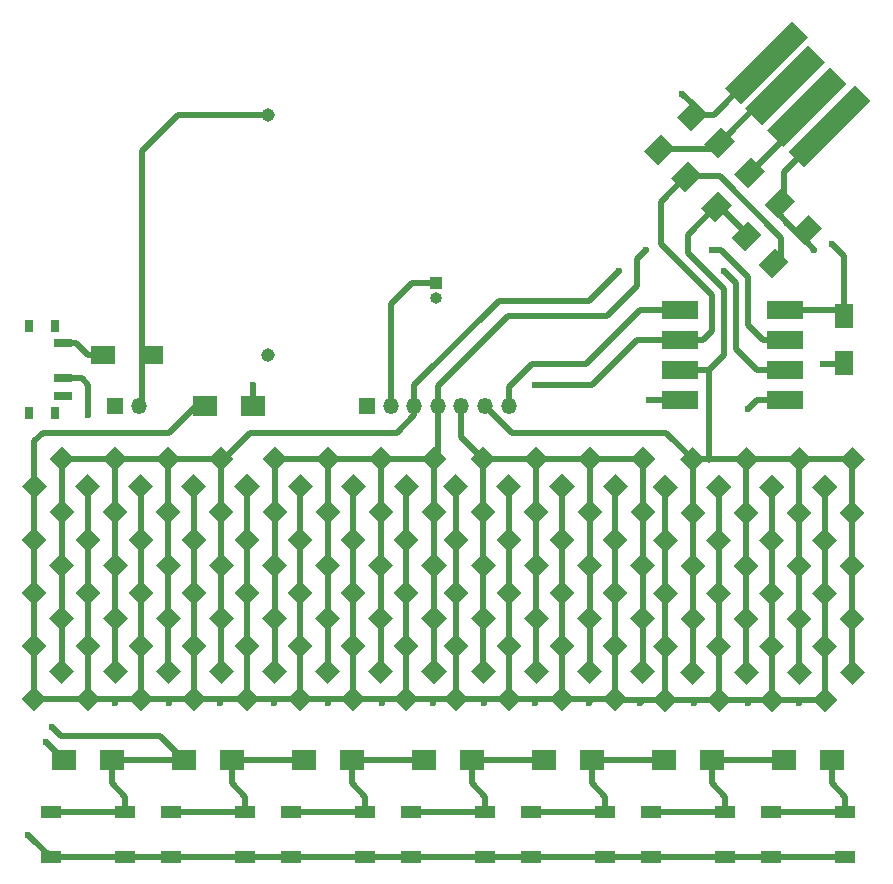
<source format=gbr>
G04 #@! TF.FileFunction,Copper,L1,Top,Signal*
%FSLAX46Y46*%
G04 Gerber Fmt 4.6, Leading zero omitted, Abs format (unit mm)*
G04 Created by KiCad (PCBNEW 4.0.6) date 06/29/17 03:26:59*
%MOMM*%
%LPD*%
G01*
G04 APERTURE LIST*
%ADD10C,0.100000*%
%ADD11C,1.143000*%
%ADD12R,1.000000X1.000000*%
%ADD13O,1.000000X1.000000*%
%ADD14R,2.000000X1.700000*%
%ADD15R,3.100000X1.600000*%
%ADD16R,1.600000X2.000000*%
%ADD17R,1.500000X0.700000*%
%ADD18R,0.800000X1.000000*%
%ADD19R,1.350000X1.350000*%
%ADD20O,1.350000X1.350000*%
%ADD21R,1.700000X1.000000*%
%ADD22R,2.000000X1.600000*%
%ADD23C,0.600000*%
%ADD24C,0.500000*%
%ADD25C,0.250000*%
G04 APERTURE END LIST*
D10*
D11*
X195580000Y-60960000D03*
X195580000Y-81280000D03*
D10*
G36*
X241261279Y-54384070D02*
X235604424Y-60040925D01*
X234260921Y-58697422D01*
X239917776Y-53040567D01*
X241261279Y-54384070D01*
X241261279Y-54384070D01*
G37*
G36*
X246649433Y-59772224D02*
X240992578Y-65429079D01*
X239649075Y-64085576D01*
X245305930Y-58428721D01*
X246649433Y-59772224D01*
X246649433Y-59772224D01*
G37*
G36*
X244556396Y-58386295D02*
X239253095Y-63689596D01*
X237838882Y-62275383D01*
X243142183Y-56972082D01*
X244556396Y-58386295D01*
X244556396Y-58386295D01*
G37*
G36*
X242717918Y-56547817D02*
X237414617Y-61851118D01*
X236000404Y-60436905D01*
X241303705Y-55133604D01*
X242717918Y-56547817D01*
X242717918Y-56547817D01*
G37*
D12*
X209804000Y-75184000D03*
D13*
X209804000Y-76454000D03*
D10*
G36*
X230889720Y-67492362D02*
X229687638Y-66290280D01*
X231101852Y-64876066D01*
X232303934Y-66078148D01*
X230889720Y-67492362D01*
X230889720Y-67492362D01*
G37*
G36*
X233718148Y-64663934D02*
X232516066Y-63461852D01*
X233930280Y-62047638D01*
X235132362Y-63249720D01*
X233718148Y-64663934D01*
X233718148Y-64663934D01*
G37*
G36*
X233429720Y-70032362D02*
X232227638Y-68830280D01*
X233641852Y-67416066D01*
X234843934Y-68618148D01*
X233429720Y-70032362D01*
X233429720Y-70032362D01*
G37*
G36*
X236258148Y-67203934D02*
X235056066Y-66001852D01*
X236470280Y-64587638D01*
X237672362Y-65789720D01*
X236258148Y-67203934D01*
X236258148Y-67203934D01*
G37*
G36*
X231644280Y-59761638D02*
X232846362Y-60963720D01*
X231432148Y-62377934D01*
X230230066Y-61175852D01*
X231644280Y-59761638D01*
X231644280Y-59761638D01*
G37*
G36*
X228815852Y-62590066D02*
X230017934Y-63792148D01*
X228603720Y-65206362D01*
X227401638Y-64004280D01*
X228815852Y-62590066D01*
X228815852Y-62590066D01*
G37*
D14*
X190278000Y-85598000D03*
X194278000Y-85598000D03*
X182340000Y-115570000D03*
X178340000Y-115570000D03*
X192500000Y-115570000D03*
X188500000Y-115570000D03*
X202660000Y-115570000D03*
X198660000Y-115570000D03*
X212820000Y-115570000D03*
X208820000Y-115570000D03*
X222980000Y-115570000D03*
X218980000Y-115570000D03*
X233140000Y-115570000D03*
X229140000Y-115570000D03*
X243300000Y-115570000D03*
X239300000Y-115570000D03*
D15*
X230505000Y-77470000D03*
X239395000Y-85090000D03*
X230505000Y-80010000D03*
X239395000Y-82550000D03*
X230505000Y-82550000D03*
X239395000Y-80010000D03*
X230505000Y-85090000D03*
X239395000Y-77470000D03*
D16*
X244348000Y-78010000D03*
X244348000Y-82010000D03*
D17*
X178214000Y-80300000D03*
X178214000Y-83300000D03*
X178214000Y-84800000D03*
D18*
X175354000Y-78900000D03*
X175354000Y-86200000D03*
X177564000Y-86200000D03*
X177564000Y-78900000D03*
D19*
X182626000Y-85598000D03*
D20*
X184626000Y-85598000D03*
D19*
X203962000Y-85598000D03*
D20*
X205962000Y-85598000D03*
X207962000Y-85598000D03*
X209962000Y-85598000D03*
X211962000Y-85598000D03*
X213962000Y-85598000D03*
X215962000Y-85598000D03*
D21*
X177190000Y-120020000D03*
X183490000Y-120020000D03*
X177190000Y-123820000D03*
X183490000Y-123820000D03*
X187350000Y-120020000D03*
X193650000Y-120020000D03*
X187350000Y-123820000D03*
X193650000Y-123820000D03*
X197510000Y-120020000D03*
X203810000Y-120020000D03*
X197510000Y-123820000D03*
X203810000Y-123820000D03*
X207670000Y-120020000D03*
X213970000Y-120020000D03*
X207670000Y-123820000D03*
X213970000Y-123820000D03*
X217830000Y-120020000D03*
X224130000Y-120020000D03*
X217830000Y-123820000D03*
X224130000Y-123820000D03*
X227990000Y-120020000D03*
X234290000Y-120020000D03*
X227990000Y-123820000D03*
X234290000Y-123820000D03*
X238150000Y-120020000D03*
X244450000Y-120020000D03*
X238150000Y-123820000D03*
X244450000Y-123820000D03*
D10*
G36*
X235934365Y-72537006D02*
X234802994Y-71405635D01*
X236217207Y-69991422D01*
X237348578Y-71122793D01*
X235934365Y-72537006D01*
X235934365Y-72537006D01*
G37*
G36*
X238762793Y-69708578D02*
X237631422Y-68577207D01*
X239045635Y-67162994D01*
X240177006Y-68294365D01*
X238762793Y-69708578D01*
X238762793Y-69708578D01*
G37*
G36*
X238220365Y-74823006D02*
X237088994Y-73691635D01*
X238503207Y-72277422D01*
X239634578Y-73408793D01*
X238220365Y-74823006D01*
X238220365Y-74823006D01*
G37*
G36*
X241048793Y-71994578D02*
X239917422Y-70863207D01*
X241331635Y-69448994D01*
X242463006Y-70580365D01*
X241048793Y-71994578D01*
X241048793Y-71994578D01*
G37*
D22*
X181642000Y-81280000D03*
X185642000Y-81280000D03*
D10*
G36*
X182636726Y-89042614D02*
X183697386Y-90103274D01*
X182636726Y-91163934D01*
X181576066Y-90103274D01*
X182636726Y-89042614D01*
X182636726Y-89042614D01*
G37*
G36*
X180303274Y-91376066D02*
X181363934Y-92436726D01*
X180303274Y-93497386D01*
X179242614Y-92436726D01*
X180303274Y-91376066D01*
X180303274Y-91376066D01*
G37*
G36*
X191636726Y-89042614D02*
X192697386Y-90103274D01*
X191636726Y-91163934D01*
X190576066Y-90103274D01*
X191636726Y-89042614D01*
X191636726Y-89042614D01*
G37*
G36*
X189303274Y-91376066D02*
X190363934Y-92436726D01*
X189303274Y-93497386D01*
X188242614Y-92436726D01*
X189303274Y-91376066D01*
X189303274Y-91376066D01*
G37*
G36*
X209636726Y-89042614D02*
X210697386Y-90103274D01*
X209636726Y-91163934D01*
X208576066Y-90103274D01*
X209636726Y-89042614D01*
X209636726Y-89042614D01*
G37*
G36*
X207303274Y-91376066D02*
X208363934Y-92436726D01*
X207303274Y-93497386D01*
X206242614Y-92436726D01*
X207303274Y-91376066D01*
X207303274Y-91376066D01*
G37*
G36*
X227306726Y-89042614D02*
X228367386Y-90103274D01*
X227306726Y-91163934D01*
X226246066Y-90103274D01*
X227306726Y-89042614D01*
X227306726Y-89042614D01*
G37*
G36*
X224973274Y-91376066D02*
X226033934Y-92436726D01*
X224973274Y-93497386D01*
X223912614Y-92436726D01*
X224973274Y-91376066D01*
X224973274Y-91376066D01*
G37*
G36*
X245061726Y-89097614D02*
X246122386Y-90158274D01*
X245061726Y-91218934D01*
X244001066Y-90158274D01*
X245061726Y-89097614D01*
X245061726Y-89097614D01*
G37*
G36*
X242728274Y-91431066D02*
X243788934Y-92491726D01*
X242728274Y-93552386D01*
X241667614Y-92491726D01*
X242728274Y-91431066D01*
X242728274Y-91431066D01*
G37*
G36*
X187136726Y-89042614D02*
X188197386Y-90103274D01*
X187136726Y-91163934D01*
X186076066Y-90103274D01*
X187136726Y-89042614D01*
X187136726Y-89042614D01*
G37*
G36*
X184803274Y-91376066D02*
X185863934Y-92436726D01*
X184803274Y-93497386D01*
X183742614Y-92436726D01*
X184803274Y-91376066D01*
X184803274Y-91376066D01*
G37*
G36*
X205136726Y-89042614D02*
X206197386Y-90103274D01*
X205136726Y-91163934D01*
X204076066Y-90103274D01*
X205136726Y-89042614D01*
X205136726Y-89042614D01*
G37*
G36*
X202803274Y-91376066D02*
X203863934Y-92436726D01*
X202803274Y-93497386D01*
X201742614Y-92436726D01*
X202803274Y-91376066D01*
X202803274Y-91376066D01*
G37*
G36*
X222806726Y-89042614D02*
X223867386Y-90103274D01*
X222806726Y-91163934D01*
X221746066Y-90103274D01*
X222806726Y-89042614D01*
X222806726Y-89042614D01*
G37*
G36*
X220473274Y-91376066D02*
X221533934Y-92436726D01*
X220473274Y-93497386D01*
X219412614Y-92436726D01*
X220473274Y-91376066D01*
X220473274Y-91376066D01*
G37*
G36*
X240561726Y-89097614D02*
X241622386Y-90158274D01*
X240561726Y-91218934D01*
X239501066Y-90158274D01*
X240561726Y-89097614D01*
X240561726Y-89097614D01*
G37*
G36*
X238228274Y-91431066D02*
X239288934Y-92491726D01*
X238228274Y-93552386D01*
X237167614Y-92491726D01*
X238228274Y-91431066D01*
X238228274Y-91431066D01*
G37*
G36*
X200636726Y-89042614D02*
X201697386Y-90103274D01*
X200636726Y-91163934D01*
X199576066Y-90103274D01*
X200636726Y-89042614D01*
X200636726Y-89042614D01*
G37*
G36*
X198303274Y-91376066D02*
X199363934Y-92436726D01*
X198303274Y-93497386D01*
X197242614Y-92436726D01*
X198303274Y-91376066D01*
X198303274Y-91376066D01*
G37*
G36*
X218306726Y-89042614D02*
X219367386Y-90103274D01*
X218306726Y-91163934D01*
X217246066Y-90103274D01*
X218306726Y-89042614D01*
X218306726Y-89042614D01*
G37*
G36*
X215973274Y-91376066D02*
X217033934Y-92436726D01*
X215973274Y-93497386D01*
X214912614Y-92436726D01*
X215973274Y-91376066D01*
X215973274Y-91376066D01*
G37*
G36*
X236061726Y-89097614D02*
X237122386Y-90158274D01*
X236061726Y-91218934D01*
X235001066Y-90158274D01*
X236061726Y-89097614D01*
X236061726Y-89097614D01*
G37*
G36*
X233728274Y-91431066D02*
X234788934Y-92491726D01*
X233728274Y-93552386D01*
X232667614Y-92491726D01*
X233728274Y-91431066D01*
X233728274Y-91431066D01*
G37*
G36*
X178136726Y-89042614D02*
X179197386Y-90103274D01*
X178136726Y-91163934D01*
X177076066Y-90103274D01*
X178136726Y-89042614D01*
X178136726Y-89042614D01*
G37*
G36*
X175803274Y-91376066D02*
X176863934Y-92436726D01*
X175803274Y-93497386D01*
X174742614Y-92436726D01*
X175803274Y-91376066D01*
X175803274Y-91376066D01*
G37*
G36*
X196136726Y-89042614D02*
X197197386Y-90103274D01*
X196136726Y-91163934D01*
X195076066Y-90103274D01*
X196136726Y-89042614D01*
X196136726Y-89042614D01*
G37*
G36*
X193803274Y-91376066D02*
X194863934Y-92436726D01*
X193803274Y-93497386D01*
X192742614Y-92436726D01*
X193803274Y-91376066D01*
X193803274Y-91376066D01*
G37*
G36*
X213806726Y-89042614D02*
X214867386Y-90103274D01*
X213806726Y-91163934D01*
X212746066Y-90103274D01*
X213806726Y-89042614D01*
X213806726Y-89042614D01*
G37*
G36*
X211473274Y-91376066D02*
X212533934Y-92436726D01*
X211473274Y-93497386D01*
X210412614Y-92436726D01*
X211473274Y-91376066D01*
X211473274Y-91376066D01*
G37*
G36*
X231561726Y-89097614D02*
X232622386Y-90158274D01*
X231561726Y-91218934D01*
X230501066Y-90158274D01*
X231561726Y-89097614D01*
X231561726Y-89097614D01*
G37*
G36*
X229228274Y-91431066D02*
X230288934Y-92491726D01*
X229228274Y-93552386D01*
X228167614Y-92491726D01*
X229228274Y-91431066D01*
X229228274Y-91431066D01*
G37*
G36*
X178136726Y-93542614D02*
X179197386Y-94603274D01*
X178136726Y-95663934D01*
X177076066Y-94603274D01*
X178136726Y-93542614D01*
X178136726Y-93542614D01*
G37*
G36*
X175803274Y-95876066D02*
X176863934Y-96936726D01*
X175803274Y-97997386D01*
X174742614Y-96936726D01*
X175803274Y-95876066D01*
X175803274Y-95876066D01*
G37*
G36*
X196136726Y-93542614D02*
X197197386Y-94603274D01*
X196136726Y-95663934D01*
X195076066Y-94603274D01*
X196136726Y-93542614D01*
X196136726Y-93542614D01*
G37*
G36*
X193803274Y-95876066D02*
X194863934Y-96936726D01*
X193803274Y-97997386D01*
X192742614Y-96936726D01*
X193803274Y-95876066D01*
X193803274Y-95876066D01*
G37*
G36*
X213806726Y-93542614D02*
X214867386Y-94603274D01*
X213806726Y-95663934D01*
X212746066Y-94603274D01*
X213806726Y-93542614D01*
X213806726Y-93542614D01*
G37*
G36*
X211473274Y-95876066D02*
X212533934Y-96936726D01*
X211473274Y-97997386D01*
X210412614Y-96936726D01*
X211473274Y-95876066D01*
X211473274Y-95876066D01*
G37*
G36*
X231561726Y-93597614D02*
X232622386Y-94658274D01*
X231561726Y-95718934D01*
X230501066Y-94658274D01*
X231561726Y-93597614D01*
X231561726Y-93597614D01*
G37*
G36*
X229228274Y-95931066D02*
X230288934Y-96991726D01*
X229228274Y-98052386D01*
X228167614Y-96991726D01*
X229228274Y-95931066D01*
X229228274Y-95931066D01*
G37*
G36*
X182636726Y-93542614D02*
X183697386Y-94603274D01*
X182636726Y-95663934D01*
X181576066Y-94603274D01*
X182636726Y-93542614D01*
X182636726Y-93542614D01*
G37*
G36*
X180303274Y-95876066D02*
X181363934Y-96936726D01*
X180303274Y-97997386D01*
X179242614Y-96936726D01*
X180303274Y-95876066D01*
X180303274Y-95876066D01*
G37*
G36*
X200636726Y-93542614D02*
X201697386Y-94603274D01*
X200636726Y-95663934D01*
X199576066Y-94603274D01*
X200636726Y-93542614D01*
X200636726Y-93542614D01*
G37*
G36*
X198303274Y-95876066D02*
X199363934Y-96936726D01*
X198303274Y-97997386D01*
X197242614Y-96936726D01*
X198303274Y-95876066D01*
X198303274Y-95876066D01*
G37*
G36*
X218306726Y-93542614D02*
X219367386Y-94603274D01*
X218306726Y-95663934D01*
X217246066Y-94603274D01*
X218306726Y-93542614D01*
X218306726Y-93542614D01*
G37*
G36*
X215973274Y-95876066D02*
X217033934Y-96936726D01*
X215973274Y-97997386D01*
X214912614Y-96936726D01*
X215973274Y-95876066D01*
X215973274Y-95876066D01*
G37*
G36*
X236061726Y-93597614D02*
X237122386Y-94658274D01*
X236061726Y-95718934D01*
X235001066Y-94658274D01*
X236061726Y-93597614D01*
X236061726Y-93597614D01*
G37*
G36*
X233728274Y-95931066D02*
X234788934Y-96991726D01*
X233728274Y-98052386D01*
X232667614Y-96991726D01*
X233728274Y-95931066D01*
X233728274Y-95931066D01*
G37*
G36*
X187136726Y-93542614D02*
X188197386Y-94603274D01*
X187136726Y-95663934D01*
X186076066Y-94603274D01*
X187136726Y-93542614D01*
X187136726Y-93542614D01*
G37*
G36*
X184803274Y-95876066D02*
X185863934Y-96936726D01*
X184803274Y-97997386D01*
X183742614Y-96936726D01*
X184803274Y-95876066D01*
X184803274Y-95876066D01*
G37*
G36*
X205136726Y-93542614D02*
X206197386Y-94603274D01*
X205136726Y-95663934D01*
X204076066Y-94603274D01*
X205136726Y-93542614D01*
X205136726Y-93542614D01*
G37*
G36*
X202803274Y-95876066D02*
X203863934Y-96936726D01*
X202803274Y-97997386D01*
X201742614Y-96936726D01*
X202803274Y-95876066D01*
X202803274Y-95876066D01*
G37*
G36*
X222806726Y-93542614D02*
X223867386Y-94603274D01*
X222806726Y-95663934D01*
X221746066Y-94603274D01*
X222806726Y-93542614D01*
X222806726Y-93542614D01*
G37*
G36*
X220473274Y-95876066D02*
X221533934Y-96936726D01*
X220473274Y-97997386D01*
X219412614Y-96936726D01*
X220473274Y-95876066D01*
X220473274Y-95876066D01*
G37*
G36*
X240561726Y-93597614D02*
X241622386Y-94658274D01*
X240561726Y-95718934D01*
X239501066Y-94658274D01*
X240561726Y-93597614D01*
X240561726Y-93597614D01*
G37*
G36*
X238228274Y-95931066D02*
X239288934Y-96991726D01*
X238228274Y-98052386D01*
X237167614Y-96991726D01*
X238228274Y-95931066D01*
X238228274Y-95931066D01*
G37*
G36*
X191636726Y-93542614D02*
X192697386Y-94603274D01*
X191636726Y-95663934D01*
X190576066Y-94603274D01*
X191636726Y-93542614D01*
X191636726Y-93542614D01*
G37*
G36*
X189303274Y-95876066D02*
X190363934Y-96936726D01*
X189303274Y-97997386D01*
X188242614Y-96936726D01*
X189303274Y-95876066D01*
X189303274Y-95876066D01*
G37*
G36*
X209636726Y-93542614D02*
X210697386Y-94603274D01*
X209636726Y-95663934D01*
X208576066Y-94603274D01*
X209636726Y-93542614D01*
X209636726Y-93542614D01*
G37*
G36*
X207303274Y-95876066D02*
X208363934Y-96936726D01*
X207303274Y-97997386D01*
X206242614Y-96936726D01*
X207303274Y-95876066D01*
X207303274Y-95876066D01*
G37*
G36*
X227306726Y-93542614D02*
X228367386Y-94603274D01*
X227306726Y-95663934D01*
X226246066Y-94603274D01*
X227306726Y-93542614D01*
X227306726Y-93542614D01*
G37*
G36*
X224973274Y-95876066D02*
X226033934Y-96936726D01*
X224973274Y-97997386D01*
X223912614Y-96936726D01*
X224973274Y-95876066D01*
X224973274Y-95876066D01*
G37*
G36*
X245061726Y-93597614D02*
X246122386Y-94658274D01*
X245061726Y-95718934D01*
X244001066Y-94658274D01*
X245061726Y-93597614D01*
X245061726Y-93597614D01*
G37*
G36*
X242728274Y-95931066D02*
X243788934Y-96991726D01*
X242728274Y-98052386D01*
X241667614Y-96991726D01*
X242728274Y-95931066D01*
X242728274Y-95931066D01*
G37*
G36*
X178136726Y-98042614D02*
X179197386Y-99103274D01*
X178136726Y-100163934D01*
X177076066Y-99103274D01*
X178136726Y-98042614D01*
X178136726Y-98042614D01*
G37*
G36*
X175803274Y-100376066D02*
X176863934Y-101436726D01*
X175803274Y-102497386D01*
X174742614Y-101436726D01*
X175803274Y-100376066D01*
X175803274Y-100376066D01*
G37*
G36*
X209636726Y-98042614D02*
X210697386Y-99103274D01*
X209636726Y-100163934D01*
X208576066Y-99103274D01*
X209636726Y-98042614D01*
X209636726Y-98042614D01*
G37*
G36*
X207303274Y-100376066D02*
X208363934Y-101436726D01*
X207303274Y-102497386D01*
X206242614Y-101436726D01*
X207303274Y-100376066D01*
X207303274Y-100376066D01*
G37*
G36*
X227306726Y-98042614D02*
X228367386Y-99103274D01*
X227306726Y-100163934D01*
X226246066Y-99103274D01*
X227306726Y-98042614D01*
X227306726Y-98042614D01*
G37*
G36*
X224973274Y-100376066D02*
X226033934Y-101436726D01*
X224973274Y-102497386D01*
X223912614Y-101436726D01*
X224973274Y-100376066D01*
X224973274Y-100376066D01*
G37*
G36*
X245061726Y-98097614D02*
X246122386Y-99158274D01*
X245061726Y-100218934D01*
X244001066Y-99158274D01*
X245061726Y-98097614D01*
X245061726Y-98097614D01*
G37*
G36*
X242728274Y-100431066D02*
X243788934Y-101491726D01*
X242728274Y-102552386D01*
X241667614Y-101491726D01*
X242728274Y-100431066D01*
X242728274Y-100431066D01*
G37*
G36*
X182636726Y-98042614D02*
X183697386Y-99103274D01*
X182636726Y-100163934D01*
X181576066Y-99103274D01*
X182636726Y-98042614D01*
X182636726Y-98042614D01*
G37*
G36*
X180303274Y-100376066D02*
X181363934Y-101436726D01*
X180303274Y-102497386D01*
X179242614Y-101436726D01*
X180303274Y-100376066D01*
X180303274Y-100376066D01*
G37*
G36*
X205136726Y-98042614D02*
X206197386Y-99103274D01*
X205136726Y-100163934D01*
X204076066Y-99103274D01*
X205136726Y-98042614D01*
X205136726Y-98042614D01*
G37*
G36*
X202803274Y-100376066D02*
X203863934Y-101436726D01*
X202803274Y-102497386D01*
X201742614Y-101436726D01*
X202803274Y-100376066D01*
X202803274Y-100376066D01*
G37*
G36*
X222806726Y-98042614D02*
X223867386Y-99103274D01*
X222806726Y-100163934D01*
X221746066Y-99103274D01*
X222806726Y-98042614D01*
X222806726Y-98042614D01*
G37*
G36*
X220473274Y-100376066D02*
X221533934Y-101436726D01*
X220473274Y-102497386D01*
X219412614Y-101436726D01*
X220473274Y-100376066D01*
X220473274Y-100376066D01*
G37*
G36*
X240561726Y-98097614D02*
X241622386Y-99158274D01*
X240561726Y-100218934D01*
X239501066Y-99158274D01*
X240561726Y-98097614D01*
X240561726Y-98097614D01*
G37*
G36*
X238228274Y-100431066D02*
X239288934Y-101491726D01*
X238228274Y-102552386D01*
X237167614Y-101491726D01*
X238228274Y-100431066D01*
X238228274Y-100431066D01*
G37*
G36*
X187136726Y-98042614D02*
X188197386Y-99103274D01*
X187136726Y-100163934D01*
X186076066Y-99103274D01*
X187136726Y-98042614D01*
X187136726Y-98042614D01*
G37*
G36*
X184803274Y-100376066D02*
X185863934Y-101436726D01*
X184803274Y-102497386D01*
X183742614Y-101436726D01*
X184803274Y-100376066D01*
X184803274Y-100376066D01*
G37*
G36*
X200636726Y-98042614D02*
X201697386Y-99103274D01*
X200636726Y-100163934D01*
X199576066Y-99103274D01*
X200636726Y-98042614D01*
X200636726Y-98042614D01*
G37*
G36*
X198303274Y-100376066D02*
X199363934Y-101436726D01*
X198303274Y-102497386D01*
X197242614Y-101436726D01*
X198303274Y-100376066D01*
X198303274Y-100376066D01*
G37*
G36*
X218306726Y-98042614D02*
X219367386Y-99103274D01*
X218306726Y-100163934D01*
X217246066Y-99103274D01*
X218306726Y-98042614D01*
X218306726Y-98042614D01*
G37*
G36*
X215973274Y-100376066D02*
X217033934Y-101436726D01*
X215973274Y-102497386D01*
X214912614Y-101436726D01*
X215973274Y-100376066D01*
X215973274Y-100376066D01*
G37*
G36*
X236061726Y-98097614D02*
X237122386Y-99158274D01*
X236061726Y-100218934D01*
X235001066Y-99158274D01*
X236061726Y-98097614D01*
X236061726Y-98097614D01*
G37*
G36*
X233728274Y-100431066D02*
X234788934Y-101491726D01*
X233728274Y-102552386D01*
X232667614Y-101491726D01*
X233728274Y-100431066D01*
X233728274Y-100431066D01*
G37*
G36*
X191636726Y-98042614D02*
X192697386Y-99103274D01*
X191636726Y-100163934D01*
X190576066Y-99103274D01*
X191636726Y-98042614D01*
X191636726Y-98042614D01*
G37*
G36*
X189303274Y-100376066D02*
X190363934Y-101436726D01*
X189303274Y-102497386D01*
X188242614Y-101436726D01*
X189303274Y-100376066D01*
X189303274Y-100376066D01*
G37*
G36*
X196136726Y-98042614D02*
X197197386Y-99103274D01*
X196136726Y-100163934D01*
X195076066Y-99103274D01*
X196136726Y-98042614D01*
X196136726Y-98042614D01*
G37*
G36*
X193803274Y-100376066D02*
X194863934Y-101436726D01*
X193803274Y-102497386D01*
X192742614Y-101436726D01*
X193803274Y-100376066D01*
X193803274Y-100376066D01*
G37*
G36*
X213806726Y-98042614D02*
X214867386Y-99103274D01*
X213806726Y-100163934D01*
X212746066Y-99103274D01*
X213806726Y-98042614D01*
X213806726Y-98042614D01*
G37*
G36*
X211473274Y-100376066D02*
X212533934Y-101436726D01*
X211473274Y-102497386D01*
X210412614Y-101436726D01*
X211473274Y-100376066D01*
X211473274Y-100376066D01*
G37*
G36*
X231561726Y-98097614D02*
X232622386Y-99158274D01*
X231561726Y-100218934D01*
X230501066Y-99158274D01*
X231561726Y-98097614D01*
X231561726Y-98097614D01*
G37*
G36*
X229228274Y-100431066D02*
X230288934Y-101491726D01*
X229228274Y-102552386D01*
X228167614Y-101491726D01*
X229228274Y-100431066D01*
X229228274Y-100431066D01*
G37*
G36*
X191636726Y-102542614D02*
X192697386Y-103603274D01*
X191636726Y-104663934D01*
X190576066Y-103603274D01*
X191636726Y-102542614D01*
X191636726Y-102542614D01*
G37*
G36*
X189303274Y-104876066D02*
X190363934Y-105936726D01*
X189303274Y-106997386D01*
X188242614Y-105936726D01*
X189303274Y-104876066D01*
X189303274Y-104876066D01*
G37*
G36*
X196136726Y-102542614D02*
X197197386Y-103603274D01*
X196136726Y-104663934D01*
X195076066Y-103603274D01*
X196136726Y-102542614D01*
X196136726Y-102542614D01*
G37*
G36*
X193803274Y-104876066D02*
X194863934Y-105936726D01*
X193803274Y-106997386D01*
X192742614Y-105936726D01*
X193803274Y-104876066D01*
X193803274Y-104876066D01*
G37*
G36*
X213806726Y-102542614D02*
X214867386Y-103603274D01*
X213806726Y-104663934D01*
X212746066Y-103603274D01*
X213806726Y-102542614D01*
X213806726Y-102542614D01*
G37*
G36*
X211473274Y-104876066D02*
X212533934Y-105936726D01*
X211473274Y-106997386D01*
X210412614Y-105936726D01*
X211473274Y-104876066D01*
X211473274Y-104876066D01*
G37*
G36*
X231561726Y-102597614D02*
X232622386Y-103658274D01*
X231561726Y-104718934D01*
X230501066Y-103658274D01*
X231561726Y-102597614D01*
X231561726Y-102597614D01*
G37*
G36*
X229228274Y-104931066D02*
X230288934Y-105991726D01*
X229228274Y-107052386D01*
X228167614Y-105991726D01*
X229228274Y-104931066D01*
X229228274Y-104931066D01*
G37*
G36*
X187136726Y-102542614D02*
X188197386Y-103603274D01*
X187136726Y-104663934D01*
X186076066Y-103603274D01*
X187136726Y-102542614D01*
X187136726Y-102542614D01*
G37*
G36*
X184803274Y-104876066D02*
X185863934Y-105936726D01*
X184803274Y-106997386D01*
X183742614Y-105936726D01*
X184803274Y-104876066D01*
X184803274Y-104876066D01*
G37*
G36*
X200636726Y-102542614D02*
X201697386Y-103603274D01*
X200636726Y-104663934D01*
X199576066Y-103603274D01*
X200636726Y-102542614D01*
X200636726Y-102542614D01*
G37*
G36*
X198303274Y-104876066D02*
X199363934Y-105936726D01*
X198303274Y-106997386D01*
X197242614Y-105936726D01*
X198303274Y-104876066D01*
X198303274Y-104876066D01*
G37*
G36*
X218306726Y-102542614D02*
X219367386Y-103603274D01*
X218306726Y-104663934D01*
X217246066Y-103603274D01*
X218306726Y-102542614D01*
X218306726Y-102542614D01*
G37*
G36*
X215973274Y-104876066D02*
X217033934Y-105936726D01*
X215973274Y-106997386D01*
X214912614Y-105936726D01*
X215973274Y-104876066D01*
X215973274Y-104876066D01*
G37*
G36*
X236061726Y-102597614D02*
X237122386Y-103658274D01*
X236061726Y-104718934D01*
X235001066Y-103658274D01*
X236061726Y-102597614D01*
X236061726Y-102597614D01*
G37*
G36*
X233728274Y-104931066D02*
X234788934Y-105991726D01*
X233728274Y-107052386D01*
X232667614Y-105991726D01*
X233728274Y-104931066D01*
X233728274Y-104931066D01*
G37*
G36*
X182636726Y-102542614D02*
X183697386Y-103603274D01*
X182636726Y-104663934D01*
X181576066Y-103603274D01*
X182636726Y-102542614D01*
X182636726Y-102542614D01*
G37*
G36*
X180303274Y-104876066D02*
X181363934Y-105936726D01*
X180303274Y-106997386D01*
X179242614Y-105936726D01*
X180303274Y-104876066D01*
X180303274Y-104876066D01*
G37*
G36*
X205136726Y-102542614D02*
X206197386Y-103603274D01*
X205136726Y-104663934D01*
X204076066Y-103603274D01*
X205136726Y-102542614D01*
X205136726Y-102542614D01*
G37*
G36*
X202803274Y-104876066D02*
X203863934Y-105936726D01*
X202803274Y-106997386D01*
X201742614Y-105936726D01*
X202803274Y-104876066D01*
X202803274Y-104876066D01*
G37*
G36*
X222806726Y-102542614D02*
X223867386Y-103603274D01*
X222806726Y-104663934D01*
X221746066Y-103603274D01*
X222806726Y-102542614D01*
X222806726Y-102542614D01*
G37*
G36*
X220473274Y-104876066D02*
X221533934Y-105936726D01*
X220473274Y-106997386D01*
X219412614Y-105936726D01*
X220473274Y-104876066D01*
X220473274Y-104876066D01*
G37*
G36*
X240561726Y-102597614D02*
X241622386Y-103658274D01*
X240561726Y-104718934D01*
X239501066Y-103658274D01*
X240561726Y-102597614D01*
X240561726Y-102597614D01*
G37*
G36*
X238228274Y-104931066D02*
X239288934Y-105991726D01*
X238228274Y-107052386D01*
X237167614Y-105991726D01*
X238228274Y-104931066D01*
X238228274Y-104931066D01*
G37*
G36*
X178136726Y-102542614D02*
X179197386Y-103603274D01*
X178136726Y-104663934D01*
X177076066Y-103603274D01*
X178136726Y-102542614D01*
X178136726Y-102542614D01*
G37*
G36*
X175803274Y-104876066D02*
X176863934Y-105936726D01*
X175803274Y-106997386D01*
X174742614Y-105936726D01*
X175803274Y-104876066D01*
X175803274Y-104876066D01*
G37*
G36*
X209636726Y-102542614D02*
X210697386Y-103603274D01*
X209636726Y-104663934D01*
X208576066Y-103603274D01*
X209636726Y-102542614D01*
X209636726Y-102542614D01*
G37*
G36*
X207303274Y-104876066D02*
X208363934Y-105936726D01*
X207303274Y-106997386D01*
X206242614Y-105936726D01*
X207303274Y-104876066D01*
X207303274Y-104876066D01*
G37*
G36*
X227306726Y-102542614D02*
X228367386Y-103603274D01*
X227306726Y-104663934D01*
X226246066Y-103603274D01*
X227306726Y-102542614D01*
X227306726Y-102542614D01*
G37*
G36*
X224973274Y-104876066D02*
X226033934Y-105936726D01*
X224973274Y-106997386D01*
X223912614Y-105936726D01*
X224973274Y-104876066D01*
X224973274Y-104876066D01*
G37*
G36*
X245061726Y-102597614D02*
X246122386Y-103658274D01*
X245061726Y-104718934D01*
X244001066Y-103658274D01*
X245061726Y-102597614D01*
X245061726Y-102597614D01*
G37*
G36*
X242728274Y-104931066D02*
X243788934Y-105991726D01*
X242728274Y-107052386D01*
X241667614Y-105991726D01*
X242728274Y-104931066D01*
X242728274Y-104931066D01*
G37*
G36*
X178136726Y-107042614D02*
X179197386Y-108103274D01*
X178136726Y-109163934D01*
X177076066Y-108103274D01*
X178136726Y-107042614D01*
X178136726Y-107042614D01*
G37*
G36*
X175803274Y-109376066D02*
X176863934Y-110436726D01*
X175803274Y-111497386D01*
X174742614Y-110436726D01*
X175803274Y-109376066D01*
X175803274Y-109376066D01*
G37*
G36*
X209636726Y-107042614D02*
X210697386Y-108103274D01*
X209636726Y-109163934D01*
X208576066Y-108103274D01*
X209636726Y-107042614D01*
X209636726Y-107042614D01*
G37*
G36*
X207303274Y-109376066D02*
X208363934Y-110436726D01*
X207303274Y-111497386D01*
X206242614Y-110436726D01*
X207303274Y-109376066D01*
X207303274Y-109376066D01*
G37*
G36*
X227306726Y-107042614D02*
X228367386Y-108103274D01*
X227306726Y-109163934D01*
X226246066Y-108103274D01*
X227306726Y-107042614D01*
X227306726Y-107042614D01*
G37*
G36*
X224973274Y-109376066D02*
X226033934Y-110436726D01*
X224973274Y-111497386D01*
X223912614Y-110436726D01*
X224973274Y-109376066D01*
X224973274Y-109376066D01*
G37*
G36*
X245061726Y-107097614D02*
X246122386Y-108158274D01*
X245061726Y-109218934D01*
X244001066Y-108158274D01*
X245061726Y-107097614D01*
X245061726Y-107097614D01*
G37*
G36*
X242728274Y-109431066D02*
X243788934Y-110491726D01*
X242728274Y-111552386D01*
X241667614Y-110491726D01*
X242728274Y-109431066D01*
X242728274Y-109431066D01*
G37*
G36*
X182636726Y-107042614D02*
X183697386Y-108103274D01*
X182636726Y-109163934D01*
X181576066Y-108103274D01*
X182636726Y-107042614D01*
X182636726Y-107042614D01*
G37*
G36*
X180303274Y-109376066D02*
X181363934Y-110436726D01*
X180303274Y-111497386D01*
X179242614Y-110436726D01*
X180303274Y-109376066D01*
X180303274Y-109376066D01*
G37*
G36*
X205136726Y-107042614D02*
X206197386Y-108103274D01*
X205136726Y-109163934D01*
X204076066Y-108103274D01*
X205136726Y-107042614D01*
X205136726Y-107042614D01*
G37*
G36*
X202803274Y-109376066D02*
X203863934Y-110436726D01*
X202803274Y-111497386D01*
X201742614Y-110436726D01*
X202803274Y-109376066D01*
X202803274Y-109376066D01*
G37*
G36*
X222806726Y-107042614D02*
X223867386Y-108103274D01*
X222806726Y-109163934D01*
X221746066Y-108103274D01*
X222806726Y-107042614D01*
X222806726Y-107042614D01*
G37*
G36*
X220473274Y-109376066D02*
X221533934Y-110436726D01*
X220473274Y-111497386D01*
X219412614Y-110436726D01*
X220473274Y-109376066D01*
X220473274Y-109376066D01*
G37*
G36*
X240561726Y-107097614D02*
X241622386Y-108158274D01*
X240561726Y-109218934D01*
X239501066Y-108158274D01*
X240561726Y-107097614D01*
X240561726Y-107097614D01*
G37*
G36*
X238228274Y-109431066D02*
X239288934Y-110491726D01*
X238228274Y-111552386D01*
X237167614Y-110491726D01*
X238228274Y-109431066D01*
X238228274Y-109431066D01*
G37*
G36*
X187136726Y-107042614D02*
X188197386Y-108103274D01*
X187136726Y-109163934D01*
X186076066Y-108103274D01*
X187136726Y-107042614D01*
X187136726Y-107042614D01*
G37*
G36*
X184803274Y-109376066D02*
X185863934Y-110436726D01*
X184803274Y-111497386D01*
X183742614Y-110436726D01*
X184803274Y-109376066D01*
X184803274Y-109376066D01*
G37*
G36*
X200636726Y-107042614D02*
X201697386Y-108103274D01*
X200636726Y-109163934D01*
X199576066Y-108103274D01*
X200636726Y-107042614D01*
X200636726Y-107042614D01*
G37*
G36*
X198303274Y-109376066D02*
X199363934Y-110436726D01*
X198303274Y-111497386D01*
X197242614Y-110436726D01*
X198303274Y-109376066D01*
X198303274Y-109376066D01*
G37*
G36*
X218306726Y-107042614D02*
X219367386Y-108103274D01*
X218306726Y-109163934D01*
X217246066Y-108103274D01*
X218306726Y-107042614D01*
X218306726Y-107042614D01*
G37*
G36*
X215973274Y-109376066D02*
X217033934Y-110436726D01*
X215973274Y-111497386D01*
X214912614Y-110436726D01*
X215973274Y-109376066D01*
X215973274Y-109376066D01*
G37*
G36*
X236061726Y-107097614D02*
X237122386Y-108158274D01*
X236061726Y-109218934D01*
X235001066Y-108158274D01*
X236061726Y-107097614D01*
X236061726Y-107097614D01*
G37*
G36*
X233728274Y-109431066D02*
X234788934Y-110491726D01*
X233728274Y-111552386D01*
X232667614Y-110491726D01*
X233728274Y-109431066D01*
X233728274Y-109431066D01*
G37*
G36*
X191636726Y-107042614D02*
X192697386Y-108103274D01*
X191636726Y-109163934D01*
X190576066Y-108103274D01*
X191636726Y-107042614D01*
X191636726Y-107042614D01*
G37*
G36*
X189303274Y-109376066D02*
X190363934Y-110436726D01*
X189303274Y-111497386D01*
X188242614Y-110436726D01*
X189303274Y-109376066D01*
X189303274Y-109376066D01*
G37*
G36*
X196136726Y-107042614D02*
X197197386Y-108103274D01*
X196136726Y-109163934D01*
X195076066Y-108103274D01*
X196136726Y-107042614D01*
X196136726Y-107042614D01*
G37*
G36*
X193803274Y-109376066D02*
X194863934Y-110436726D01*
X193803274Y-111497386D01*
X192742614Y-110436726D01*
X193803274Y-109376066D01*
X193803274Y-109376066D01*
G37*
G36*
X213806726Y-107042614D02*
X214867386Y-108103274D01*
X213806726Y-109163934D01*
X212746066Y-108103274D01*
X213806726Y-107042614D01*
X213806726Y-107042614D01*
G37*
G36*
X211473274Y-109376066D02*
X212533934Y-110436726D01*
X211473274Y-111497386D01*
X210412614Y-110436726D01*
X211473274Y-109376066D01*
X211473274Y-109376066D01*
G37*
G36*
X231561726Y-107097614D02*
X232622386Y-108158274D01*
X231561726Y-109218934D01*
X230501066Y-108158274D01*
X231561726Y-107097614D01*
X231561726Y-107097614D01*
G37*
G36*
X229228274Y-109431066D02*
X230288934Y-110491726D01*
X229228274Y-111552386D01*
X228167614Y-110491726D01*
X229228274Y-109431066D01*
X229228274Y-109431066D01*
G37*
D23*
X180303274Y-94488000D03*
X184803274Y-94488000D03*
X189303274Y-94488000D03*
X193803274Y-94488000D03*
X198303274Y-94488000D03*
X202803274Y-94488000D03*
X207303274Y-94488000D03*
X211473274Y-94488000D03*
X215973274Y-94488000D03*
X220473274Y-94488000D03*
X224973274Y-94488000D03*
X229228274Y-94488000D03*
X233728274Y-94488000D03*
X242728274Y-94488000D03*
X238228274Y-94488000D03*
X240538000Y-110744000D03*
X236220000Y-110744000D03*
X231648000Y-110744000D03*
X227076000Y-110744000D03*
X222758000Y-110744000D03*
X218186000Y-110744000D03*
X213868000Y-110744000D03*
X209550000Y-110744000D03*
X205232000Y-110744000D03*
X200660000Y-110744000D03*
X196088000Y-110744000D03*
X191516000Y-110744000D03*
X187198000Y-110744000D03*
X182626000Y-110744000D03*
X218186000Y-83820000D03*
X225298000Y-74168000D03*
X234188000Y-74168000D03*
X194310000Y-83820000D03*
X241808000Y-72390000D03*
X239522000Y-70104000D03*
X242570000Y-82042000D03*
X227838000Y-85090000D03*
X176784000Y-114046000D03*
X227584000Y-72390000D03*
X233172000Y-72390000D03*
X243332000Y-71882000D03*
X230632000Y-59182000D03*
X175260000Y-121920000D03*
X180340000Y-86360000D03*
X236220000Y-85852000D03*
X177292000Y-112776000D03*
D24*
X177960000Y-80300000D02*
X179360000Y-80300000D01*
X180340000Y-81280000D02*
X181380000Y-81280000D01*
X179360000Y-80300000D02*
X180340000Y-81280000D01*
D25*
X177800000Y-80010000D02*
X177960000Y-80300000D01*
D24*
X240538000Y-110491726D02*
X240538000Y-110744000D01*
X236220000Y-110491726D02*
X236220000Y-110744000D01*
X231648000Y-110491726D02*
X231648000Y-110744000D01*
X227330000Y-110491726D02*
X227077726Y-110744000D01*
X227077726Y-110744000D02*
X227076000Y-110744000D01*
X223012000Y-110436726D02*
X222758000Y-110690726D01*
X222758000Y-110690726D02*
X222758000Y-110744000D01*
X218186000Y-110436726D02*
X218186000Y-110744000D01*
X213868000Y-110436726D02*
X213868000Y-110744000D01*
X209550000Y-110436726D02*
X209550000Y-110744000D01*
X205232000Y-110436726D02*
X205232000Y-110744000D01*
X200660000Y-110436726D02*
X200660000Y-110744000D01*
X196088000Y-110436726D02*
X196088000Y-110744000D01*
X191516000Y-110436726D02*
X191516000Y-110744000D01*
X187198000Y-110436726D02*
X187198000Y-110744000D01*
X182626000Y-110436726D02*
X182626000Y-110744000D01*
X190278000Y-85598000D02*
X189484000Y-85598000D01*
X189484000Y-85598000D02*
X188214000Y-86868000D01*
X175803274Y-88610726D02*
X175803274Y-92436726D01*
X176530000Y-87884000D02*
X175803274Y-88610726D01*
X187198000Y-87884000D02*
X176530000Y-87884000D01*
X188214000Y-86868000D02*
X187198000Y-87884000D01*
X224973274Y-105936726D02*
X224973274Y-110436726D01*
X224973274Y-110436726D02*
X225028274Y-110491726D01*
X225028274Y-110491726D02*
X227330000Y-110491726D01*
X227330000Y-110491726D02*
X229228274Y-110491726D01*
X229228274Y-110491726D02*
X229228274Y-105991726D01*
X229228274Y-105991726D02*
X229228274Y-110491726D01*
X233728274Y-110491726D02*
X236220000Y-110491726D01*
X236220000Y-110491726D02*
X238228274Y-110491726D01*
X238228274Y-110491726D02*
X240538000Y-110491726D01*
X240538000Y-110491726D02*
X242728274Y-110491726D01*
X175803274Y-110436726D02*
X180303274Y-110436726D01*
X180303274Y-110436726D02*
X182626000Y-110436726D01*
X182626000Y-110436726D02*
X184803274Y-110436726D01*
X184803274Y-110436726D02*
X187198000Y-110436726D01*
X187198000Y-110436726D02*
X189303274Y-110436726D01*
X189303274Y-110436726D02*
X191516000Y-110436726D01*
X191516000Y-110436726D02*
X193803274Y-110436726D01*
X193803274Y-110436726D02*
X196088000Y-110436726D01*
X196088000Y-110436726D02*
X198303274Y-110436726D01*
X198303274Y-110436726D02*
X200660000Y-110436726D01*
X200660000Y-110436726D02*
X202803274Y-110436726D01*
X202803274Y-110436726D02*
X205232000Y-110436726D01*
X205232000Y-110436726D02*
X207303274Y-110436726D01*
X207303274Y-110436726D02*
X209550000Y-110436726D01*
X209550000Y-110436726D02*
X211473274Y-110436726D01*
X211473274Y-110436726D02*
X213868000Y-110436726D01*
X213868000Y-110436726D02*
X215973274Y-110436726D01*
X215973274Y-110436726D02*
X218186000Y-110436726D01*
X218186000Y-110436726D02*
X220473274Y-110436726D01*
X220473274Y-110436726D02*
X223012000Y-110436726D01*
X223012000Y-110436726D02*
X224973274Y-110436726D01*
X224973274Y-110436726D02*
X225028274Y-110491726D01*
X225028274Y-110491726D02*
X231648000Y-110491726D01*
X231648000Y-110491726D02*
X233728274Y-110491726D01*
X175803274Y-110436726D02*
X175803274Y-105936726D01*
X175803274Y-105936726D02*
X175803274Y-101436726D01*
X175803274Y-101436726D02*
X175803274Y-96936726D01*
X175803274Y-96936726D02*
X175803274Y-92436726D01*
X180303274Y-110436726D02*
X180303274Y-105936726D01*
X180303274Y-105936726D02*
X180303274Y-101436726D01*
X180303274Y-101436726D02*
X180303274Y-96936726D01*
X180303274Y-96936726D02*
X180303274Y-94488000D01*
X180303274Y-94488000D02*
X180303274Y-92436726D01*
X184803274Y-110436726D02*
X184803274Y-105936726D01*
X184803274Y-105936726D02*
X184803274Y-101436726D01*
X184803274Y-101436726D02*
X184803274Y-96936726D01*
X184803274Y-96936726D02*
X184803274Y-94488000D01*
X184803274Y-94488000D02*
X184803274Y-92436726D01*
X189303274Y-110436726D02*
X189303274Y-105936726D01*
X189303274Y-105936726D02*
X189303274Y-101436726D01*
X189303274Y-101436726D02*
X189303274Y-96936726D01*
X189303274Y-96936726D02*
X189303274Y-94488000D01*
X189303274Y-94488000D02*
X189303274Y-92436726D01*
X193803274Y-110436726D02*
X193803274Y-105936726D01*
X193803274Y-105936726D02*
X193803274Y-101436726D01*
X193803274Y-101436726D02*
X193803274Y-96936726D01*
X193803274Y-96936726D02*
X193803274Y-94488000D01*
X193803274Y-94488000D02*
X193803274Y-92436726D01*
X198303274Y-110436726D02*
X198303274Y-105936726D01*
X198303274Y-105936726D02*
X198303274Y-101436726D01*
X198303274Y-101436726D02*
X198303274Y-96936726D01*
X198303274Y-96936726D02*
X198303274Y-94488000D01*
X198303274Y-94488000D02*
X198303274Y-92436726D01*
X202803274Y-110436726D02*
X202803274Y-105936726D01*
X202803274Y-105936726D02*
X202803274Y-101436726D01*
X202803274Y-101436726D02*
X202803274Y-96936726D01*
X202803274Y-96936726D02*
X202803274Y-94488000D01*
X202803274Y-94488000D02*
X202803274Y-92436726D01*
X207303274Y-110436726D02*
X207303274Y-105936726D01*
X207303274Y-105936726D02*
X207303274Y-101436726D01*
X207303274Y-101436726D02*
X207303274Y-96936726D01*
X207303274Y-96936726D02*
X207303274Y-94488000D01*
X207303274Y-94488000D02*
X207303274Y-92436726D01*
X211473274Y-110436726D02*
X211473274Y-105936726D01*
X211473274Y-105936726D02*
X211473274Y-101436726D01*
X211473274Y-101436726D02*
X211473274Y-96936726D01*
X211473274Y-96936726D02*
X211473274Y-94488000D01*
X211473274Y-94488000D02*
X211473274Y-92436726D01*
X215973274Y-110436726D02*
X215973274Y-105936726D01*
X215973274Y-105936726D02*
X215973274Y-101436726D01*
X215973274Y-101436726D02*
X215973274Y-96936726D01*
X215973274Y-96936726D02*
X215973274Y-94488000D01*
X215973274Y-94488000D02*
X215973274Y-92436726D01*
X220473274Y-110436726D02*
X220473274Y-105936726D01*
X220473274Y-105936726D02*
X220473274Y-101436726D01*
X220473274Y-101436726D02*
X220473274Y-96936726D01*
X220473274Y-96936726D02*
X220473274Y-94488000D01*
X220473274Y-94488000D02*
X220473274Y-92436726D01*
X224973274Y-105936726D02*
X224973274Y-101436726D01*
X224973274Y-101436726D02*
X224973274Y-96936726D01*
X224973274Y-96936726D02*
X224973274Y-94488000D01*
X224973274Y-94488000D02*
X224973274Y-92436726D01*
X229228274Y-105991726D02*
X229228274Y-101491726D01*
X229228274Y-101491726D02*
X229228274Y-96991726D01*
X229228274Y-96991726D02*
X229228274Y-94488000D01*
X229228274Y-94488000D02*
X229228274Y-92491726D01*
X233728274Y-110491726D02*
X233728274Y-105991726D01*
X233728274Y-105991726D02*
X233728274Y-101491726D01*
X233728274Y-101491726D02*
X233728274Y-96991726D01*
X233728274Y-96991726D02*
X233728274Y-94488000D01*
X233728274Y-94488000D02*
X233728274Y-92491726D01*
X238228274Y-110491726D02*
X238228274Y-105941726D01*
X238228274Y-105941726D02*
X238228274Y-101491726D01*
X238228274Y-101491726D02*
X238228274Y-96991726D01*
X238228274Y-96991726D02*
X238228274Y-94488000D01*
X238228274Y-94488000D02*
X238228274Y-92491726D01*
X242728274Y-92491726D02*
X242728274Y-94234000D01*
X242728274Y-94234000D02*
X242728274Y-94488000D01*
X242728274Y-94488000D02*
X242728274Y-96991726D01*
X242728274Y-96991726D02*
X242728274Y-101491726D01*
X242728274Y-101491726D02*
X242728274Y-105991726D01*
X242728274Y-105991726D02*
X242728274Y-110491726D01*
D25*
X242728274Y-110491726D02*
X242728274Y-105991726D01*
X242728274Y-105991726D02*
X242728274Y-101491726D01*
X242728274Y-101491726D02*
X242728274Y-96991726D01*
X238228274Y-110491726D02*
X238228274Y-105991726D01*
X238228274Y-105991726D02*
X238228274Y-101491726D01*
X238228274Y-101491726D02*
X238228274Y-96991726D01*
X238228274Y-96991726D02*
X238228274Y-92491726D01*
X233728274Y-105991726D02*
X233728274Y-101491726D01*
X233728274Y-101491726D02*
X233728274Y-96991726D01*
X233728274Y-96991726D02*
X233728274Y-92491726D01*
X229228274Y-105991726D02*
X229228274Y-101491726D01*
X229228274Y-101491726D02*
X229228274Y-96991726D01*
X229228274Y-96991726D02*
X229228274Y-92491726D01*
X224973274Y-101436726D02*
X224973274Y-96936726D01*
X224973274Y-96936726D02*
X224973274Y-92436726D01*
X220473274Y-105936726D02*
X220473274Y-101436726D01*
X220473274Y-101436726D02*
X220473274Y-96936726D01*
X220473274Y-96936726D02*
X220473274Y-92436726D01*
X215973274Y-105936726D02*
X215973274Y-101436726D01*
X215973274Y-101436726D02*
X215973274Y-96936726D01*
X215973274Y-96936726D02*
X215973274Y-92436726D01*
X211473274Y-105936726D02*
X211473274Y-101436726D01*
X211473274Y-101436726D02*
X211473274Y-96936726D01*
X211473274Y-96936726D02*
X211473274Y-92436726D01*
X207303274Y-105936726D02*
X207303274Y-101436726D01*
X207303274Y-101436726D02*
X207303274Y-96936726D01*
X207303274Y-96936726D02*
X207303274Y-92436726D01*
X202803274Y-105936726D02*
X202803274Y-101436726D01*
X202803274Y-101436726D02*
X202803274Y-96936726D01*
X202803274Y-96936726D02*
X202803274Y-92436726D01*
X198303274Y-105936726D02*
X198303274Y-101436726D01*
X198303274Y-101436726D02*
X198303274Y-96936726D01*
X198303274Y-96936726D02*
X198303274Y-92436726D01*
X193803274Y-105936726D02*
X193803274Y-101436726D01*
X193803274Y-101436726D02*
X193803274Y-96936726D01*
X193803274Y-96936726D02*
X193803274Y-92436726D01*
X189303274Y-105936726D02*
X189303274Y-101436726D01*
X189303274Y-101436726D02*
X189303274Y-96936726D01*
X189303274Y-96936726D02*
X189303274Y-92436726D01*
X184803274Y-105936726D02*
X184803274Y-101436726D01*
X184803274Y-101436726D02*
X184803274Y-96936726D01*
X184803274Y-96936726D02*
X184803274Y-92436726D01*
X180303274Y-105936726D02*
X180303274Y-101436726D01*
X180303274Y-101436726D02*
X180303274Y-96936726D01*
X180303274Y-96936726D02*
X180303274Y-92436726D01*
X175803274Y-105936726D02*
X175803274Y-101436726D01*
X175803274Y-101436726D02*
X175803274Y-96936726D01*
X175803274Y-96936726D02*
X175803274Y-92436726D01*
D24*
X223012000Y-83820000D02*
X226822000Y-80010000D01*
X223012000Y-83820000D02*
X218186000Y-83820000D01*
X226822000Y-80010000D02*
X230505000Y-80010000D01*
X230995786Y-66184214D02*
X228854000Y-68326000D01*
X228854000Y-68326000D02*
X228854000Y-71882000D01*
X228854000Y-71882000D02*
X233172000Y-76200000D01*
X233172000Y-76200000D02*
X233172000Y-79248000D01*
X233172000Y-79248000D02*
X232410000Y-80010000D01*
X232410000Y-80010000D02*
X230505000Y-80010000D01*
X239014000Y-72898000D02*
X239014000Y-71374000D01*
X233824214Y-66184214D02*
X239014000Y-71374000D01*
X233824214Y-66184214D02*
X230995786Y-66184214D01*
X239014000Y-72898000D02*
X238361786Y-73550214D01*
X211962000Y-85598000D02*
X211962000Y-88258548D01*
X211962000Y-88258548D02*
X213806726Y-90103274D01*
X213806726Y-90103274D02*
X213293274Y-90103274D01*
X213806726Y-90103274D02*
X213806726Y-94603274D01*
X213806726Y-94603274D02*
X213806726Y-99103274D01*
X213806726Y-99103274D02*
X213806726Y-103603274D01*
X213806726Y-103603274D02*
X213806726Y-108103274D01*
X213806726Y-90103274D02*
X218306726Y-90103274D01*
X218306726Y-90103274D02*
X222806726Y-90103274D01*
X222806726Y-90103274D02*
X227306726Y-90103274D01*
X218306726Y-108103274D02*
X218306726Y-103603274D01*
X218306726Y-103603274D02*
X218306726Y-99103274D01*
X218306726Y-99103274D02*
X218306726Y-94603274D01*
X218306726Y-94603274D02*
X218306726Y-90103274D01*
X222806726Y-108103274D02*
X222806726Y-103603274D01*
X222806726Y-103603274D02*
X222806726Y-99103274D01*
X222806726Y-99103274D02*
X222806726Y-94603274D01*
X222806726Y-94603274D02*
X222806726Y-90103274D01*
X227306726Y-108103274D02*
X227306726Y-103603274D01*
X227306726Y-103603274D02*
X227306726Y-99103274D01*
X227306726Y-99103274D02*
X227306726Y-94603274D01*
X227306726Y-94603274D02*
X227306726Y-90103274D01*
D25*
X213806726Y-108103274D02*
X213806726Y-103603274D01*
X213806726Y-103603274D02*
X213806726Y-99103274D01*
X213806726Y-99103274D02*
X213806726Y-94603274D01*
X218306726Y-103603274D02*
X218306726Y-99103274D01*
X218306726Y-99103274D02*
X218306726Y-94603274D01*
X218306726Y-94603274D02*
X218306726Y-90103274D01*
X222806726Y-103603274D02*
X222806726Y-99103274D01*
X222806726Y-99103274D02*
X222806726Y-94603274D01*
X222806726Y-94603274D02*
X222806726Y-90103274D01*
X227306726Y-103603274D02*
X227306726Y-99103274D01*
X227306726Y-99103274D02*
X227306726Y-94603274D01*
X227306726Y-94603274D02*
X227306726Y-90103274D01*
D24*
X207962000Y-85598000D02*
X207962000Y-83884000D01*
X222758000Y-76708000D02*
X225298000Y-74168000D01*
X215138000Y-76708000D02*
X222758000Y-76708000D01*
X207962000Y-83884000D02*
X215138000Y-76708000D01*
X239395000Y-82550000D02*
X236982000Y-82550000D01*
X235204000Y-75184000D02*
X234188000Y-74168000D01*
X235204000Y-80772000D02*
X235204000Y-75184000D01*
X236982000Y-82550000D02*
X235204000Y-80772000D01*
X193040000Y-88900000D02*
X194056000Y-87884000D01*
X191836726Y-90103274D02*
X193040000Y-88900000D01*
X207962000Y-86424000D02*
X207962000Y-85598000D01*
X206502000Y-87884000D02*
X207962000Y-86424000D01*
X194056000Y-87884000D02*
X206502000Y-87884000D01*
X187136726Y-90103274D02*
X191636726Y-90103274D01*
X191636726Y-90103274D02*
X191836726Y-90103274D01*
X187136726Y-90103274D02*
X187136726Y-89723274D01*
X178136726Y-90103274D02*
X182636726Y-90103274D01*
X182636726Y-90103274D02*
X187136726Y-90103274D01*
X178136726Y-108103274D02*
X178136726Y-103603274D01*
X178136726Y-103603274D02*
X178136726Y-99103274D01*
X178136726Y-99103274D02*
X178136726Y-94603274D01*
X178136726Y-94603274D02*
X178136726Y-90103274D01*
X182636726Y-108103274D02*
X182636726Y-103603274D01*
X182636726Y-103603274D02*
X182636726Y-99103274D01*
X182636726Y-99103274D02*
X182636726Y-94603274D01*
X182636726Y-94603274D02*
X182636726Y-90103274D01*
X187136726Y-99103274D02*
X187136726Y-94603274D01*
X187136726Y-94603274D02*
X187136726Y-90103274D01*
X187136726Y-108103274D02*
X187136726Y-103603274D01*
X187136726Y-103603274D02*
X187136726Y-99103274D01*
X191636726Y-108103274D02*
X191636726Y-103603274D01*
X191636726Y-103603274D02*
X191636726Y-99103274D01*
X191636726Y-99103274D02*
X191636726Y-94603274D01*
X191636726Y-94603274D02*
X191636726Y-90103274D01*
D25*
X178136726Y-103603274D02*
X178136726Y-99103274D01*
X178136726Y-99103274D02*
X178136726Y-94603274D01*
X178136726Y-94603274D02*
X178136726Y-90103274D01*
X182636726Y-103603274D02*
X182636726Y-99103274D01*
X182636726Y-99103274D02*
X182636726Y-94603274D01*
X182636726Y-94603274D02*
X182636726Y-90103274D01*
X187136726Y-103603274D02*
X187136726Y-99103274D01*
X187136726Y-94603274D02*
X187136726Y-90103274D01*
X191636726Y-103603274D02*
X191636726Y-99103274D01*
X191636726Y-99103274D02*
X191636726Y-94603274D01*
X191636726Y-94603274D02*
X191636726Y-90103274D01*
D24*
X233535786Y-68724214D02*
X231140000Y-71120000D01*
X234188000Y-81280000D02*
X232918000Y-82550000D01*
X234188000Y-75692000D02*
X234188000Y-81280000D01*
X231140000Y-72644000D02*
X234188000Y-75692000D01*
X231140000Y-71120000D02*
X231140000Y-72644000D01*
X232918000Y-82550000D02*
X232918000Y-90158274D01*
X232918000Y-90158274D02*
X232918000Y-90170000D01*
X232918000Y-90170000D02*
X232918000Y-90158274D01*
X232918000Y-82550000D02*
X230505000Y-82550000D01*
X233535786Y-68724214D02*
X233789786Y-68724214D01*
X233789786Y-68724214D02*
X236075786Y-71010214D01*
X213962000Y-85598000D02*
X216248000Y-87884000D01*
X216248000Y-87884000D02*
X223774000Y-87884000D01*
X223774000Y-87884000D02*
X227838000Y-87884000D01*
X229287452Y-87884000D02*
X231561726Y-90158274D01*
X227838000Y-87884000D02*
X229287452Y-87884000D01*
X231561726Y-90158274D02*
X231128274Y-90158274D01*
X231561726Y-90158274D02*
X232918000Y-90158274D01*
X232918000Y-90158274D02*
X236061726Y-90158274D01*
X236061726Y-90158274D02*
X240561726Y-90158274D01*
X240561726Y-90158274D02*
X245061726Y-90158274D01*
X231561726Y-108158274D02*
X231561726Y-103658274D01*
X231561726Y-103658274D02*
X231561726Y-99158274D01*
X231561726Y-99158274D02*
X231561726Y-94658274D01*
X231561726Y-94658274D02*
X231561726Y-90158274D01*
X236061726Y-94658274D02*
X236061726Y-90158274D01*
X236061726Y-108158274D02*
X236061726Y-103658274D01*
X236061726Y-103658274D02*
X236061726Y-99158274D01*
X236061726Y-99158274D02*
X236061726Y-94658274D01*
X240561726Y-108158274D02*
X240561726Y-103658274D01*
X240561726Y-103658274D02*
X240561726Y-99158274D01*
X240561726Y-99158274D02*
X240561726Y-94658274D01*
X240561726Y-94658274D02*
X240561726Y-90158274D01*
X245061726Y-103658274D02*
X245061726Y-99158274D01*
X245061726Y-99158274D02*
X245061726Y-94658274D01*
X245061726Y-94658274D02*
X245061726Y-90158274D01*
X245061726Y-108158274D02*
X245061726Y-103658274D01*
D25*
X231561726Y-103658274D02*
X231561726Y-99158274D01*
X231561726Y-99158274D02*
X231561726Y-94658274D01*
X231561726Y-94658274D02*
X231561726Y-90158274D01*
X236061726Y-103658274D02*
X236061726Y-99158274D01*
X236061726Y-99158274D02*
X236061726Y-94658274D01*
X240561726Y-103658274D02*
X240561726Y-99158274D01*
X240561726Y-99158274D02*
X240561726Y-94658274D01*
X240561726Y-94658274D02*
X240561726Y-90158274D01*
X245061726Y-94658274D02*
X245061726Y-90158274D01*
X245061726Y-99158274D02*
X245061726Y-94658274D01*
D24*
X194278000Y-85598000D02*
X194278000Y-83852000D01*
X194278000Y-83852000D02*
X194310000Y-83820000D01*
X241190214Y-71772214D02*
X241808000Y-72390000D01*
X241190214Y-70721786D02*
X241190214Y-71772214D01*
X241190214Y-70721786D02*
X240139786Y-70721786D01*
X240139786Y-70721786D02*
X239522000Y-70104000D01*
X238904214Y-69486214D02*
X239522000Y-70104000D01*
X238904214Y-68435786D02*
X238904214Y-69486214D01*
X241190214Y-70721786D02*
X240647786Y-70721786D01*
X238904214Y-68435786D02*
X238904214Y-68978214D01*
X244348000Y-82010000D02*
X244316000Y-82042000D01*
X244316000Y-82042000D02*
X242570000Y-82042000D01*
X230505000Y-85090000D02*
X227838000Y-85090000D01*
X243149254Y-61928900D02*
X239268000Y-65810154D01*
X239268000Y-65810154D02*
X239268000Y-68072000D01*
X239268000Y-68072000D02*
X238904214Y-68435786D01*
X176816000Y-114046000D02*
X178340000Y-115570000D01*
X176784000Y-114046000D02*
X176816000Y-114046000D01*
X178340000Y-115570000D02*
X178308000Y-115538000D01*
X195294000Y-81566000D02*
X195580000Y-81280000D01*
X241090660Y-71329340D02*
X241509340Y-71329340D01*
X243149254Y-61928900D02*
X242871100Y-61928900D01*
X238760000Y-68580000D02*
X238550660Y-68789340D01*
X241197639Y-60330839D02*
X241197639Y-61062361D01*
X241197639Y-61062361D02*
X236364214Y-65895786D01*
X228709786Y-63898214D02*
X233281786Y-63898214D01*
X233281786Y-63898214D02*
X233824214Y-63355786D01*
X239359161Y-58492361D02*
X238687639Y-58492361D01*
X238687639Y-58492361D02*
X233824214Y-63355786D01*
X198660000Y-115570000D02*
X192500000Y-115570000D01*
X193650000Y-120020000D02*
X193650000Y-118720000D01*
X193650000Y-118720000D02*
X192500000Y-117570000D01*
X192500000Y-117570000D02*
X192500000Y-115570000D01*
X193650000Y-120020000D02*
X187350000Y-120020000D01*
X203810000Y-120020000D02*
X197510000Y-120020000D01*
X203810000Y-120020000D02*
X203810000Y-118720000D01*
X202660000Y-117570000D02*
X202660000Y-115570000D01*
X203810000Y-118720000D02*
X202660000Y-117570000D01*
X208820000Y-115570000D02*
X202660000Y-115570000D01*
X218980000Y-115570000D02*
X212820000Y-115570000D01*
X213970000Y-120020000D02*
X213970000Y-118720000D01*
X213970000Y-118720000D02*
X212820000Y-117570000D01*
X212820000Y-117570000D02*
X212820000Y-115570000D01*
X213970000Y-120020000D02*
X207670000Y-120020000D01*
X224130000Y-120020000D02*
X224130000Y-118720000D01*
X222980000Y-117570000D02*
X222980000Y-115570000D01*
X224130000Y-118720000D02*
X222980000Y-117570000D01*
X229140000Y-115570000D02*
X222980000Y-115570000D01*
X224130000Y-120020000D02*
X217830000Y-120020000D01*
X234290000Y-120020000D02*
X234290000Y-118720000D01*
X233140000Y-117570000D02*
X233140000Y-115570000D01*
X234290000Y-118720000D02*
X233140000Y-117570000D01*
X239300000Y-115570000D02*
X233140000Y-115570000D01*
X234290000Y-120020000D02*
X227990000Y-120020000D01*
X244450000Y-120020000D02*
X244450000Y-118720000D01*
X243300000Y-117570000D02*
X243300000Y-115570000D01*
X244450000Y-118720000D02*
X243300000Y-117570000D01*
X244450000Y-120020000D02*
X238150000Y-120020000D01*
X215900000Y-77978000D02*
X224282000Y-77978000D01*
X209962000Y-83916000D02*
X215900000Y-77978000D01*
X233934000Y-72390000D02*
X233172000Y-72390000D01*
X237490000Y-80010000D02*
X236220000Y-78740000D01*
X236220000Y-78740000D02*
X236220000Y-74676000D01*
X236220000Y-74676000D02*
X233934000Y-72390000D01*
X239395000Y-80010000D02*
X237490000Y-80010000D01*
X226822000Y-75438000D02*
X224282000Y-77978000D01*
X226822000Y-73152000D02*
X226822000Y-75438000D01*
X227584000Y-72390000D02*
X226822000Y-73152000D01*
X209962000Y-83916000D02*
X209962000Y-85598000D01*
X209962000Y-85598000D02*
X209962000Y-89778000D01*
X209962000Y-89778000D02*
X209636726Y-90103274D01*
X196136726Y-90103274D02*
X200636726Y-90103274D01*
X200636726Y-90103274D02*
X205136726Y-90103274D01*
X205136726Y-90103274D02*
X209636726Y-90103274D01*
X196136726Y-108103274D02*
X196136726Y-103603274D01*
X196136726Y-103603274D02*
X196136726Y-99103274D01*
X196136726Y-99103274D02*
X196136726Y-94603274D01*
X196136726Y-94603274D02*
X196136726Y-90103274D01*
X200636726Y-108103274D02*
X200636726Y-103603274D01*
X200636726Y-103603274D02*
X200636726Y-99103274D01*
X200636726Y-99103274D02*
X200636726Y-94603274D01*
X200636726Y-94603274D02*
X200636726Y-90103274D01*
X205136726Y-108103274D02*
X205136726Y-103603274D01*
X205136726Y-103603274D02*
X205136726Y-99103274D01*
X205136726Y-99103274D02*
X205136726Y-94603274D01*
X205136726Y-94603274D02*
X205136726Y-90103274D01*
X209636726Y-108103274D02*
X209636726Y-103603274D01*
X209636726Y-103603274D02*
X209636726Y-99103274D01*
X209636726Y-99103274D02*
X209636726Y-94603274D01*
X209636726Y-94603274D02*
X209636726Y-90103274D01*
D25*
X196136726Y-103603274D02*
X196136726Y-99103274D01*
X196136726Y-99103274D02*
X196136726Y-94603274D01*
X196136726Y-94603274D02*
X196136726Y-90103274D01*
X200636726Y-103603274D02*
X200636726Y-99103274D01*
X200636726Y-99103274D02*
X200636726Y-94603274D01*
X200636726Y-94603274D02*
X200636726Y-90103274D01*
X205136726Y-103603274D02*
X205136726Y-99103274D01*
X205136726Y-99103274D02*
X205136726Y-94603274D01*
X205136726Y-94603274D02*
X205136726Y-90103274D01*
X209636726Y-103603274D02*
X209636726Y-99103274D01*
X209636726Y-99103274D02*
X209636726Y-94603274D01*
X209636726Y-94603274D02*
X209636726Y-90103274D01*
D24*
X184880000Y-85852000D02*
X184880000Y-81280000D01*
X184912000Y-81534000D02*
X184912000Y-64008000D01*
X187960000Y-60960000D02*
X195580000Y-60960000D01*
X184912000Y-64008000D02*
X187960000Y-60960000D01*
X244348000Y-72898000D02*
X244348000Y-78010000D01*
X243332000Y-71882000D02*
X244348000Y-72898000D01*
X230632000Y-59182000D02*
X231538214Y-60088214D01*
X231538214Y-60088214D02*
X231538214Y-61069786D01*
X239395000Y-77470000D02*
X243808000Y-77470000D01*
X243808000Y-77470000D02*
X244348000Y-78010000D01*
X177190000Y-123820000D02*
X175544000Y-122174000D01*
X175290000Y-121920000D02*
X175544000Y-122174000D01*
X175260000Y-121920000D02*
X175290000Y-121920000D01*
X233341846Y-60960000D02*
X237761100Y-56540746D01*
X232410000Y-60960000D02*
X233341846Y-60960000D01*
X183490000Y-123820000D02*
X177190000Y-123820000D01*
X213970000Y-123820000D02*
X207670000Y-123820000D01*
X207670000Y-123820000D02*
X203810000Y-123820000D01*
X203810000Y-123820000D02*
X197510000Y-123820000D01*
X197510000Y-123820000D02*
X193650000Y-123820000D01*
X193650000Y-123820000D02*
X187350000Y-123820000D01*
X187350000Y-123820000D02*
X183490000Y-123820000D01*
X234290000Y-123820000D02*
X227990000Y-123820000D01*
X227990000Y-123820000D02*
X224130000Y-123820000D01*
X224130000Y-123820000D02*
X217830000Y-123820000D01*
X217830000Y-123820000D02*
X213970000Y-123820000D01*
X238150000Y-123820000D02*
X234290000Y-123820000D01*
X244450000Y-123820000D02*
X238150000Y-123820000D01*
X177190000Y-123820000D02*
X178440000Y-123820000D01*
X179820000Y-83300000D02*
X177960000Y-83300000D01*
X180340000Y-83820000D02*
X179820000Y-83300000D01*
X180340000Y-86360000D02*
X180340000Y-83820000D01*
D25*
X217830000Y-123820000D02*
X213970000Y-123820000D01*
X207670000Y-123820000D02*
X203810000Y-123820000D01*
X203810000Y-123820000D02*
X197510000Y-123820000D01*
X197510000Y-123820000D02*
X193650000Y-123820000D01*
X193650000Y-123820000D02*
X187350000Y-123820000D01*
X187350000Y-123820000D02*
X183490000Y-123820000D01*
X227990000Y-123820000D02*
X224130000Y-123820000D01*
X224130000Y-123820000D02*
X217830000Y-123820000D01*
D24*
X239395000Y-85090000D02*
X236982000Y-85090000D01*
X236982000Y-85090000D02*
X236220000Y-85852000D01*
X209804000Y-75184000D02*
X207772000Y-75184000D01*
X205962000Y-79788000D02*
X205962000Y-85598000D01*
X205962000Y-76994000D02*
X205962000Y-79788000D01*
X207772000Y-75184000D02*
X205962000Y-76994000D01*
X215962000Y-85598000D02*
X215962000Y-84012000D01*
X217932000Y-82042000D02*
X222504000Y-82042000D01*
X222504000Y-82042000D02*
X227076000Y-77470000D01*
X227076000Y-77470000D02*
X230505000Y-77470000D01*
X215962000Y-84012000D02*
X217932000Y-82042000D01*
X188500000Y-115570000D02*
X186468000Y-113538000D01*
X178054000Y-113538000D02*
X177292000Y-112776000D01*
X186468000Y-113538000D02*
X178054000Y-113538000D01*
X188500000Y-115570000D02*
X182340000Y-115570000D01*
X183490000Y-120020000D02*
X183490000Y-118720000D01*
X183490000Y-118720000D02*
X182340000Y-117570000D01*
X182340000Y-117570000D02*
X182340000Y-115570000D01*
X183490000Y-120020000D02*
X177190000Y-120020000D01*
M02*

</source>
